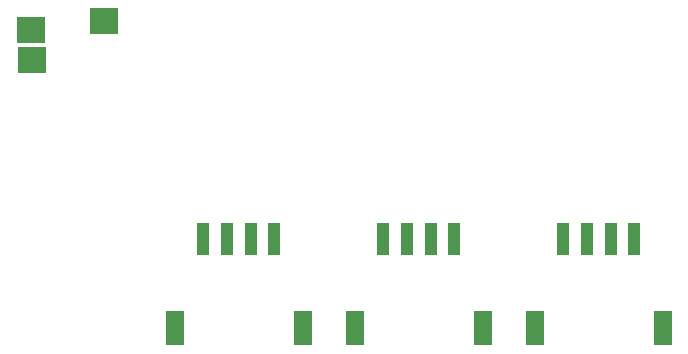
<source format=gbp>
G04 EAGLE Gerber RS-274X export*
G75*
%MOMM*%
%FSLAX34Y34*%
%LPD*%
%INBottom Paste*%
%IPPOS*%
%AMOC8*
5,1,8,0,0,1.08239X$1,22.5*%
G01*
%ADD10R,2.489200X2.235200*%
%ADD11R,1.010000X2.740000*%
%ADD12R,1.500000X3.000000*%


D10*
X192355Y271780D03*
X254000Y279400D03*
X193040Y246380D03*
D11*
X338300Y94980D03*
X358300Y94980D03*
X378300Y94980D03*
X398300Y94980D03*
D12*
X314300Y19980D03*
X422300Y19980D03*
D11*
X490700Y94980D03*
X510700Y94980D03*
X530700Y94980D03*
X550700Y94980D03*
D12*
X466700Y19980D03*
X574700Y19980D03*
D11*
X643100Y94980D03*
X663100Y94980D03*
X683100Y94980D03*
X703100Y94980D03*
D12*
X619100Y19980D03*
X727100Y19980D03*
M02*

</source>
